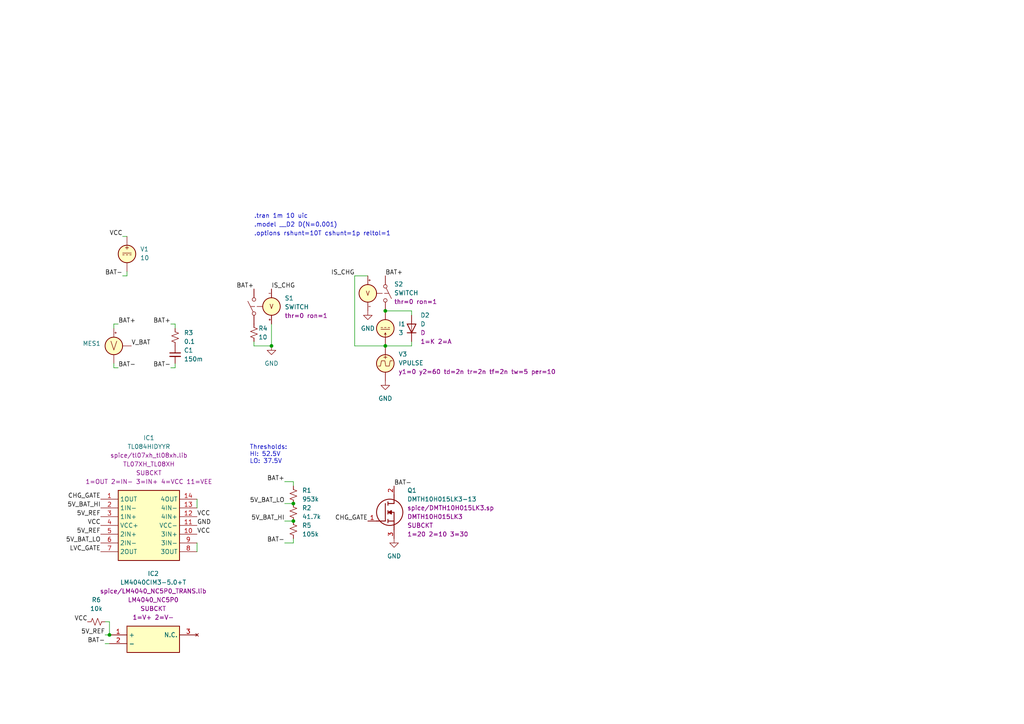
<source format=kicad_sch>
(kicad_sch (version 20230121) (generator eeschema)
  (paper "A4")
  (lib_symbols
    (symbol "DMTH10H015LK3-13:DMTH10H015LK3-13" (pin_names hide)
      (property "Reference" "Q" (at 11.43 3.81 0))
      (property "Value" "DMTH10H015LK3-13" (at 11.43 1.27 0))
      (property "Sim.Library" "spice/DMTH10H015LK3.sp" (at 0 0 0))
      (property "Sim.Name" "DMTH10H015LK3" (at 0 0 0))
      (property "Sim.Device" "SUBCKT" (at 0 0 0))
      (property "Sim.Pins" "1=20 2=10 3=30" (at 0 0 0))
      (symbol "DMTH10H015LK3-13_1_1"
        (polyline (pts (xy 2.54 0) (xy 5.08 0)) (stroke (width 0.254)))
        (polyline (pts (xy 5.08 5.08) (xy 5.08 0)) (stroke (width 0.254)))
        (polyline (pts (xy 5.842 -0.508) (xy 5.842 0.508)) (stroke (width 0.254)))
        (polyline (pts (xy 5.842 0) (xy 7.62 0)) (stroke (width 0.254)))
        (polyline (pts (xy 5.842 2.032) (xy 5.842 3.048)) (stroke (width 0.254)))
        (polyline (pts (xy 5.842 5.588) (xy 5.842 4.572)) (stroke (width 0.254)))
        (polyline (pts (xy 7.62 2.54) (xy 5.842 2.54)) (stroke (width 0.254)))
        (polyline (pts (xy 7.62 2.54) (xy 7.62 -2.54)) (stroke (width 0.254)))
        (polyline (pts (xy 7.62 5.08) (xy 5.842 5.08)) (stroke (width 0.254)))
        (polyline (pts (xy 7.62 5.08) (xy 7.62 7.62)) (stroke (width 0.254)))
        (polyline (pts (xy 5.842 2.54) (xy 6.858 3.048) (xy 6.858 2.032) (xy 5.842 2.54)) (stroke (width 0.254)) (fill (type outline)))
        (circle (center 6.35 2.54) (radius 3.81) (stroke (width 0.254)))
        (pin passive line (at 0 0 0) (length 2.54) (name "G") (number "1"))
        (pin passive line (at 7.62 10.16 270) (length 2.54) (name "D") (number "2"))
        (pin passive line (at 7.62 -5.08 90) (length 2.54) (name "S") (number "3"))
      )
    )
    (symbol "Device:C_Small" (pin_numbers hide) (pin_names (offset 0.254) hide)
      (property "Reference" "C" (at 0.254 1.778 0))
      (property "Value" "C_Small" (at 0.254 -2.032 0))
      (symbol "C_Small_0_1"
        (polyline (pts (xy -1.524 -0.508) (xy 1.524 -0.508)) (stroke (width 0.3302)))
        (polyline (pts (xy -1.524 0.508) (xy 1.524 0.508)) (stroke (width 0.3048)))
      )
      (symbol "C_Small_1_1"
        (pin passive line (at 0 2.54 270) (length 2.032) (name "~") (number "1"))
        (pin passive line (at 0 -2.54 90) (length 2.032) (name "~") (number "2"))
      )
    )
    (symbol "Device:R_Small_US" (pin_numbers hide) (pin_names (offset 0.254) hide)
      (property "Reference" "R" (at 0.762 0.508 0))
      (property "Value" "R_Small_US" (at 0.762 -1.016 0))
      (symbol "R_Small_US_1_1"
        (polyline (pts (xy 0 0) (xy 1.016 -0.381) (xy 0 -0.762) (xy -1.016 -1.143) (xy 0 -1.524)))
        (polyline (pts (xy 0 1.524) (xy 1.016 1.143) (xy 0 0.762) (xy -1.016 0.381) (xy 0 0)))
        (pin passive line (at 0 2.54 270) (length 1.016) (name "~") (number "1"))
        (pin passive line (at 0 -2.54 90) (length 1.016) (name "~") (number "2"))
      )
    )
    (symbol "LM4040CIM3-5_0+T:LM4040CIM3-5.0+T"
      (property "Reference" "IC" (at 21.59 7.62 0))
      (property "Value" "LM4040CIM3-5.0+T" (at 21.59 5.08 0))
      (property "Sim.Library" "spice/LM4040_NC5P0_TRANS.lib" (at 0 0 0))
      (property "Sim.Name" "LM4040_NC5P0" (at 0 0 0))
      (property "Sim.Device" "SUBCKT" (at 0 0 0))
      (property "Sim.Pins" "1=V+ 2=V-" (at 0 0 0))
      (symbol "LM4040CIM3-5.0+T_1_1"
        (rectangle (start 5.08 2.54) (end 20.32 -5.08) (stroke (width 0.254)) (fill (type background)))
        (pin passive line (at 0 0 0) (length 5.08) (name "+") (number "1"))
        (pin passive line (at 0 -2.54 0) (length 5.08) (name "-") (number "2"))
        (pin no_connect line (at 25.4 0 180) (length 5.08) (name "N.C.") (number "3"))
      )
    )
    (symbol "Simulation_SPICE:D" (pin_numbers hide) (pin_names (offset 1.016) hide)
      (property "Reference" "D" (at 0 2.54 0))
      (property "Value" "D" (at 0 -2.54 0))
      (property "Sim.Device" "D" (at 0 0 0))
      (property "Sim.Pins" "1=K 2=A" (at 0 0 0))
      (symbol "D_0_1"
        (polyline (pts (xy -1.27 1.27) (xy -1.27 -1.27)) (stroke (width 0.254)))
        (polyline (pts (xy 1.27 0) (xy -1.27 0)))
        (polyline (pts (xy 1.27 1.27) (xy 1.27 -1.27) (xy -1.27 0) (xy 1.27 1.27)) (stroke (width 0.254)))
      )
      (symbol "D_1_1"
        (pin passive line (at -3.81 0 0) (length 2.54) (name "K") (number "1"))
        (pin passive line (at 3.81 0 180) (length 2.54) (name "A") (number "2"))
      )
    )
    (symbol "Simulation_SPICE:IDC" (pin_numbers hide) (pin_names (offset 0.0254))
      (property "Reference" "I" (at 2.54 2.54 0))
      (property "Value" "1" (at 2.54 0 0))
      (symbol "IDC_0_0"
        (polyline (pts (xy -1.27 0.254) (xy 1.27 0.254)))
        (polyline (pts (xy -0.762 -0.254) (xy -1.27 -0.254)))
        (polyline (pts (xy 0.254 -0.254) (xy -0.254 -0.254)))
        (polyline (pts (xy 1.27 -0.254) (xy 0.762 -0.254)))
      )
      (symbol "IDC_0_1"
        (polyline (pts (xy 0 1.27) (xy 0 2.286)))
        (polyline (pts (xy -0.254 1.778) (xy 0 1.27) (xy 0.254 1.778)))
        (circle (center 0 0) (radius 2.54) (stroke (width 0.254)) (fill (type background)))
      )
      (symbol "IDC_1_1"
        (pin passive line (at 0 5.08 270) (length 2.54) (name "~") (number "1"))
        (pin passive line (at 0 -5.08 90) (length 2.54) (name "~") (number "2"))
      )
    )
    (symbol "Simulation_SPICE:SWITCH" (pin_numbers hide) (pin_names (offset 1.016) hide)
      (property "Reference" "S" (at 2.54 2.54 0))
      (property "Value" "SWITCH" (at 2.54 0 0))
      (property "Sim.Params" "thr=0 ron=1" (at 2.54 -2.54 0))
      (symbol "SWITCH_0_1"
        (circle (center 0 -2.032) (radius 0.508))
        (polyline (pts (xy 0.254 1.524) (xy 1.778 -1.524)))
        (circle (center 0 2.032) (radius 0.508))
      )
      (symbol "SWITCH_1_1"
        (circle (center -5.08 0) (radius 2.54) (stroke (width 0.254)) (fill (type background)))
        (polyline (pts (xy -4.826 -3.81) (xy -4.318 -3.81)))
        (polyline (pts (xy -4.826 3.81) (xy -4.318 3.81)))
        (polyline (pts (xy -4.572 4.064) (xy -4.572 3.556)))
        (polyline (pts (xy -2.54 0) (xy 0.889 0)) (stroke (width 0) (type dash)))
        (text "V" (at -5.08 0 0) (effects (font (size 1.27 1.27))))
        (pin passive line (at 0 5.08 270) (length 2.54) (name "N+") (number "1"))
        (pin passive line (at 0 -5.08 90) (length 2.54) (name "N-") (number "2"))
        (pin input line (at -5.08 5.08 270) (length 2.54) (name "C+") (number "3"))
        (pin input line (at -5.08 -5.08 90) (length 2.54) (name "C-") (number "4"))
      )
    )
    (symbol "Simulation_SPICE:VDC" (pin_numbers hide) (pin_names (offset 0.0254))
      (property "Reference" "V" (at 2.54 2.54 0))
      (property "Value" "1" (at 2.54 0 0))
      (symbol "VDC_0_0"
        (polyline (pts (xy -1.27 0.254) (xy 1.27 0.254)))
        (polyline (pts (xy -0.762 -0.254) (xy -1.27 -0.254)))
        (polyline (pts (xy 0.254 -0.254) (xy -0.254 -0.254)))
        (polyline (pts (xy 1.27 -0.254) (xy 0.762 -0.254)))
        (text "+" (at 0 1.905 0) (effects (font (size 1.27 1.27))))
      )
      (symbol "VDC_0_1"
        (circle (center 0 0) (radius 2.54) (stroke (width 0.254)) (fill (type background)))
      )
      (symbol "VDC_1_1"
        (pin passive line (at 0 5.08 270) (length 2.54) (name "~") (number "1"))
        (pin passive line (at 0 -5.08 90) (length 2.54) (name "~") (number "2"))
      )
    )
    (symbol "Simulation_SPICE:VOLTMETER_DIFF" (pin_numbers hide) (pin_names (offset 0.0254) hide) (in_bom no) (on_board no)
      (property "Reference" "MES?" (at -10.16 0 0))
      (symbol "VOLTMETER_DIFF_0_0"
        (text "V" (at 0 0 0) (effects (font (size 2.54 2.54))))
      )
      (symbol "VOLTMETER_DIFF_0_1"
        (polyline (pts (xy 0.254 3.81) (xy 0.762 3.81)))
        (polyline (pts (xy 0.508 4.064) (xy 0.508 3.556)))
        (circle (center 0 0) (radius 2.54) (stroke (width 0.254)) (fill (type background)))
      )
      (symbol "VOLTMETER_DIFF_1_1"
        (pin passive line (at 0 5.08 270) (length 2.54) (name "+") (number "1"))
        (pin passive line (at 0 -5.08 90) (length 2.54) (name "-") (number "2"))
        (pin output line (at 5.08 0 180) (length 2.54) (name "out") (number "3"))
      )
    )
    (symbol "Simulation_SPICE:VPULSE" (pin_numbers hide) (pin_names (offset 0.0254))
      (property "Reference" "V" (at 2.54 2.54 0))
      (property "Value" "VPULSE" (at 2.54 0 0))
      (property "Sim.Params" "y1=0 y2=1 td=2n tr=2n tf=2n tw=50n per=100n" (at 2.54 -2.54 0))
      (symbol "VPULSE_0_0"
        (polyline (pts (xy -2.032 -0.762) (xy -1.397 -0.762) (xy -1.143 0.762) (xy -0.127 0.762) (xy 0.127 -0.762) (xy 1.143 -0.762) (xy 1.397 0.762) (xy 2.032 0.762)))
        (text "+" (at 0 1.905 0) (effects (font (size 1.27 1.27))))
      )
      (symbol "VPULSE_0_1"
        (circle (center 0 0) (radius 2.54) (stroke (width 0.254)) (fill (type background)))
      )
      (symbol "VPULSE_1_1"
        (pin passive line (at 0 5.08 270) (length 2.54) (name "~") (number "1"))
        (pin passive line (at 0 -5.08 90) (length 2.54) (name "~") (number "2"))
      )
    )
    (symbol "TL084HIDYYR:TL084HIDYYR"
      (property "Reference" "IC" (at 24.13 7.62 0))
      (property "Value" "TL084HIDYYR" (at 24.13 5.08 0))
      (property "Sim.Library" "spice/tl07xh_tl08xh.lib" (at 0 0 0))
      (property "Sim.Name" "TL07XH_TL08XH" (at 0 0 0))
      (property "Sim.Device" "SUBCKT" (at 0 0 0))
      (property "Sim.Pins" "1=OUT 2=IN- 3=IN+ 4=VCC 11=VEE" (at 0 0 0))
      (symbol "TL084HIDYYR_1_1"
        (rectangle (start 5.08 2.54) (end 22.86 -17.78) (stroke (width 0.254)) (fill (type background)))
        (pin passive line (at 0 0 0) (length 5.08) (name "1OUT") (number "1"))
        (pin passive line (at 27.94 -10.16 180) (length 5.08) (name "3IN+") (number "10"))
        (pin passive line (at 27.94 -7.62 180) (length 5.08) (name "VCC-") (number "11"))
        (pin passive line (at 27.94 -5.08 180) (length 5.08) (name "4IN+") (number "12"))
        (pin passive line (at 27.94 -2.54 180) (length 5.08) (name "4IN-") (number "13"))
        (pin passive line (at 27.94 0 180) (length 5.08) (name "4OUT") (number "14"))
        (pin passive line (at 0 -2.54 0) (length 5.08) (name "1IN-") (number "2"))
        (pin passive line (at 0 -5.08 0) (length 5.08) (name "1IN+") (number "3"))
        (pin passive line (at 0 -7.62 0) (length 5.08) (name "VCC+") (number "4"))
        (pin passive line (at 0 -10.16 0) (length 5.08) (name "2IN+") (number "5"))
        (pin passive line (at 0 -12.7 0) (length 5.08) (name "2IN-") (number "6"))
        (pin passive line (at 0 -15.24 0) (length 5.08) (name "2OUT") (number "7"))
        (pin passive line (at 27.94 -15.24 180) (length 5.08) (name "3OUT") (number "8"))
        (pin passive line (at 27.94 -12.7 180) (length 5.08) (name "3IN-") (number "9"))
      )
    )
    (symbol "power:GND" (power) (pin_names (offset 0))
      (property "Value" "GND" (at 0 -3.81 0))
      (symbol "GND_0_1"
        (polyline (pts (xy 0 0) (xy 0 -1.27) (xy 1.27 -1.27) (xy 0 -2.54) (xy -1.27 -1.27) (xy 0 -1.27)))
      )
      (symbol "GND_1_1"
        (pin power_in line (at 0 0 270) (length 0) hide (name "GND") (number "1"))
      )
    )
  )
  (junction (at 111.76 90.17))
  (junction (at 78.74 100.33))
  (junction (at 85.09 146.05))
  (junction (at 85.09 151.13))
  (junction (at 31.75 184.15))
  (junction (at 111.76 100.33))
  (wire (pts (xy 30.48 186.69) (xy 31.75 186.69)))
  (wire (pts (xy 49.53 106.68) (xy 50.8 106.68)))
  (wire (pts (xy 36.83 80.01) (xy 36.83 78.74)))
  (wire (pts (xy 31.75 180.34) (xy 31.75 184.15)))
  (wire (pts (xy 73.66 99.06) (xy 73.66 100.33)))
  (wire (pts (xy 85.09 156.21) (xy 85.09 157.48)))
  (wire (pts (xy 35.56 80.01) (xy 36.83 80.01)))
  (wire (pts (xy 57.15 144.78) (xy 57.15 147.32)))
  (wire (pts (xy 106.68 80.01) (xy 102.87 80.01)))
  (wire (pts (xy 82.55 146.05) (xy 85.09 146.05)))
  (wire (pts (xy 50.8 106.68) (xy 50.8 105.41)))
  (wire (pts (xy 102.87 80.01) (xy 102.87 100.33)))
  (wire (pts (xy 73.66 100.33) (xy 78.74 100.33)))
  (wire (pts (xy 119.38 90.17) (xy 119.38 91.44)))
  (wire (pts (xy 111.76 90.17) (xy 119.38 90.17)))
  (wire (pts (xy 82.55 151.13) (xy 85.09 151.13)))
  (wire (pts (xy 33.02 106.68) (xy 33.02 105.41)))
  (wire (pts (xy 85.09 139.7) (xy 85.09 140.97)))
  (wire (pts (xy 50.8 93.98) (xy 50.8 95.25)))
  (wire (pts (xy 119.38 100.33) (xy 111.76 100.33)))
  (wire (pts (xy 34.29 93.98) (xy 33.02 93.98)))
  (wire (pts (xy 49.53 93.98) (xy 50.8 93.98)))
  (wire (pts (xy 57.15 157.48) (xy 57.15 160.02)))
  (wire (pts (xy 82.55 139.7) (xy 85.09 139.7)))
  (wire (pts (xy 82.55 157.48) (xy 85.09 157.48)))
  (wire (pts (xy 119.38 99.06) (xy 119.38 100.33)))
  (wire (pts (xy 78.74 93.98) (xy 78.74 100.33)))
  (wire (pts (xy 102.87 100.33) (xy 111.76 100.33)))
  (wire (pts (xy 30.48 184.15) (xy 31.75 184.15)))
  (wire (pts (xy 30.48 180.34) (xy 31.75 180.34)))
  (wire (pts (xy 35.56 68.58) (xy 36.83 68.58)))
  (wire (pts (xy 34.29 106.68) (xy 33.02 106.68)))
  (wire (pts (xy 33.02 93.98) (xy 33.02 95.25)))
  (text "Thresholds:\nHI: 52.5V\nLO: 37.5V" (at 72.39 134.62 0) (effects (font (size 1.27 1.27)) (justify left bottom)))
  (text ".options rshunt=10T cshunt=1p reltol=1" (at 73.66 68.58 0) (effects (font (size 1.27 1.27)) (justify left bottom)))
  (text ".tran 1m 10 uic" (at 73.66 63.5 0) (effects (font (size 1.27 1.27)) (justify left bottom)))
  (text ".model __D2 D(N=0.001)" (at 73.66 66.04 0) (effects (font (size 1.27 1.27)) (justify left bottom)))
  (label "BAT-" (at 114.3 140.97 0))
  (label "VCC" (at 57.15 149.86 0))
  (label "VCC" (at 29.21 152.4 180))
  (label "5V_REF" (at 29.21 149.86 180))
  (label "V_BAT" (at 38.1 100.33 0))
  (label "BAT+" (at 82.55 139.7 180))
  (label "VCC" (at 35.56 68.58 180))
  (label "5V_BAT_HI" (at 82.55 151.13 180))
  (label "VCC" (at 57.15 154.94 0))
  (label "VCC" (at 25.4 180.34 180))
  (label "GND" (at 57.15 152.4 0))
  (label "5V_BAT_HI" (at 29.21 147.32 180))
  (label "IS_CHG" (at 78.74 83.82 0))
  (label "BAT-" (at 49.53 106.68 180))
  (label "CHG_GATE" (at 29.21 144.78 180))
  (label "BAT-" (at 82.55 157.48 180))
  (label "BAT+" (at 49.53 93.98 180))
  (label "LVC_GATE" (at 29.21 160.02 180))
  (label "5V_BAT_LO" (at 29.21 157.48 180))
  (label "BAT+" (at 34.29 93.98 0))
  (label "BAT-" (at 30.48 186.69 180))
  (label "BAT-" (at 35.56 80.01 180))
  (label "BAT+" (at 111.76 80.01 0))
  (label "BAT+" (at 73.66 83.82 180))
  (label "5V_REF" (at 30.48 184.15 180))
  (label "CHG_GATE" (at 106.68 151.13 180))
  (label "5V_BAT_LO" (at 82.55 146.05 180))
  (label "IS_CHG" (at 102.87 80.01 180))
  (label "BAT-" (at 34.29 106.68 0))
  (label "5V_REF" (at 29.21 154.94 180))
  (symbol (lib_id "power:GND") (at 106.68 90.17 0) (unit 1)
    (property "Reference" "#PWR06" (effects hide))
    (property "Value" "GND" (at 106.68 95.25 0))
  )
  (symbol (lib_id "Simulation_SPICE:VOLTMETER_DIFF") (at 33.02 100.33 0) (unit 1) (in_bom no) (on_board no)
    (property "Reference" "MES1" (at 29.21 99.6315 0) (effects (justify right)))
    (property "Value" "VOLTMETER_DIFF" (effects hide))
    (property "Datasheet" "https://ngspice.sourceforge.io/docs/ngspice-html-manual/manual.xhtml#sec__SUBCKT_Subcircuits" (effects hide))
    (property "Sim.Name" "kicad_builtin_vdiff" (effects hide))
    (property "Sim.Device" "SUBCKT" (effects hide))
    (property "Sim.Pins" "1=1 2=2 3=3" (effects hide))
    (property "Sim.Library" "${KICAD7_SYMBOL_DIR}/Simulation_SPICE.sp" (effects hide))
  )
  (symbol (lib_id "Device:R_Small_US") (at 50.8 97.79 180) (unit 1)
    (property "Reference" "R3" (at 53.34 96.52 0) (effects (justify right)))
    (property "Value" "0.1" (at 53.34 99.06 0) (effects (justify right)))
  )
  (symbol (lib_id "Device:C_Small") (at 50.8 102.87 0) (unit 1)
    (property "Reference" "C1" (at 53.34 101.6063 0) (effects (justify left)))
    (property "Value" "150m" (at 53.34 104.1463 0) (effects (justify left)))
  )
  (symbol (lib_id "Device:R_Small_US") (at 85.09 143.51 180) (unit 1)
    (property "Reference" "R1" (at 87.63 142.24 0) (effects (justify right)))
    (property "Value" "953k" (at 87.63 144.78 0) (effects (justify right)))
  )
  (symbol (lib_id "power:GND") (at 78.74 100.33 0) (unit 1)
    (property "Reference" "#PWR01" (effects hide))
    (property "Value" "GND" (at 78.74 105.41 0))
  )
  (symbol (lib_id "Simulation_SPICE:IDC") (at 111.76 95.25 180) (unit 1)
    (property "Reference" "I1" (at 115.57 93.98 0) (effects (justify right)))
    (property "Value" "3" (at 115.57 96.52 0) (effects (justify right)))
    (property "Datasheet" "https://ngspice.sourceforge.io/docs/ngspice-html-manual/manual.xhtml#sec_Independent_Sources_for" (effects hide))
    (property "Sim.Pins" "1=+ 2=-" (effects hide))
    (property "Sim.Type" "DC" (effects hide))
    (property "Sim.Device" "I" (effects hide))
  )
  (symbol (lib_id "power:GND") (at 114.3 156.21 0) (unit 1)
    (property "Reference" "#PWR04" (effects hide))
    (property "Value" "GND" (at 114.3 161.29 0))
  )
  (symbol (lib_id "LM4040CIM3-5_0+T:LM4040CIM3-5.0+T") (at 31.75 184.15 0) (unit 1)
    (property "Reference" "IC2" (at 44.45 166.37 0))
    (property "Value" "LM4040CIM3-5.0+T" (at 44.45 168.91 0))
    (property "Footprint" "SOT95P237X112-3N" (effects hide))
    (property "Datasheet" "https://www.analog.com/LM4040/datasheet" (effects hide))
    (property "Height" "1.12" (effects hide))
    (property "Manufacturer_Name" "Analog Devices" (effects hide))
    (property "Manufacturer_Part_Number" "LM4040CIM3-5.0+T" (effects hide))
    (property "Mouser Part Number" "700-LM4040CIM3-5.0T" (effects hide))
    (property "Mouser Price/Stock" "https://www.mouser.co.uk/ProductDetail/Analog-Devices-Maxim-Integrated/LM4040CIM3-5.0%2bT?qs=GxOUx7aO6nxRLb8NOrUWog%3D%3D" (effects hide))
    (property "Sim.Library" "spice/LM4040_NC5P0_TRANS.lib" (at 44.45 171.45 0))
    (property "Sim.Name" "LM4040_NC5P0" (at 44.45 173.99 0))
    (property "Sim.Device" "SUBCKT" (at 44.45 176.53 0))
    (property "Sim.Pins" "1=V+ 2=V-" (at 44.45 179.07 0))
  )
  (symbol (lib_id "Simulation_SPICE:VDC") (at 36.83 73.66 0) (unit 1)
    (property "Reference" "V1" (at 40.64 72.2602 0) (effects (justify left)))
    (property "Value" "10" (at 40.64 74.8002 0) (effects (justify left)))
    (property "Datasheet" "https://ngspice.sourceforge.io/docs/ngspice-html-manual/manual.xhtml#sec_Independent_Sources_for" (effects hide))
    (property "Sim.Pins" "1=+ 2=-" (effects hide))
    (property "Sim.Type" "DC" (effects hide))
    (property "Sim.Device" "V" (effects hide))
  )
  (symbol (lib_id "Device:R_Small_US") (at 85.09 153.67 180) (unit 1)
    (property "Reference" "R5" (at 87.63 152.4 0) (effects (justify right)))
    (property "Value" "105k" (at 87.63 154.94 0) (effects (justify right)))
  )
  (symbol (lib_id "Device:R_Small_US") (at 27.94 180.34 270) (unit 1)
    (property "Reference" "R6" (at 27.94 173.99 90))
    (property "Value" "10k" (at 27.94 176.53 90))
  )
  (symbol (lib_id "Device:R_Small_US") (at 73.66 96.52 0) (unit 1)
    (property "Reference" "R4" (at 74.93 95.25 0) (effects (justify left)))
    (property "Value" "10" (at 74.93 97.79 0) (effects (justify left)))
  )
  (symbol (lib_id "Simulation_SPICE:SWITCH") (at 73.66 88.9 180) (unit 1)
    (property "Reference" "S1" (at 82.55 86.487 0) (effects (justify right)))
    (property "Value" "SWITCH" (at 82.55 89.027 0) (effects (justify right)))
    (property "Datasheet" "https://ngspice.sourceforge.io/docs/ngspice-html-manual/manual.xhtml#subsec_Switches" (effects hide))
    (property "Sim.Device" "SW" (effects hide))
    (property "Sim.Type" "V" (effects hide))
    (property "Sim.Params" "thr=0 ron=1" (at 82.55 91.567 0) (effects (justify right)))
    (property "Sim.Pins" "1=no+ 2=no- 3=ctrl+ 4=ctrl-" (effects hide))
  )
  (symbol (lib_id "DMTH10H015LK3-13:DMTH10H015LK3-13") (at 106.68 151.13 0) (unit 1)
    (property "Reference" "Q1" (at 118.11 142.24 0) (effects (justify left)))
    (property "Value" "DMTH10H015LK3-13" (at 118.11 144.78 0) (effects (justify left)))
    (property "Footprint" "DMTH10H015LK313" (effects hide))
    (property "Datasheet" "https://www.diodes.com//assets/Datasheets/DMTH10H015LK3.pdf" (effects hide))
    (property "Height" "2.52" (effects hide))
    (property "Manufacturer_Name" "Diodes Incorporated" (effects hide))
    (property "Manufacturer_Part_Number" "DMTH10H015LK3-13" (effects hide))
    (property "Mouser Part Number" "621-DMTH10H015LK3-13" (effects hide))
    (property "Mouser Price/Stock" "https://www.mouser.co.uk/ProductDetail/Diodes-Incorporated/DMTH10H015LK3-13?qs=EDJ299gKAZSYewbE9WKXUQ%3D%3D" (effects hide))
    (property "Arrow Part Number" "DMTH10H015LK3-13" (effects hide))
    (property "Arrow Price/Stock" "https://www.arrow.com/en/products/dmth10h015lk3-13/diodes-incorporated" (effects hide))
    (property "Sim.Library" "spice/DMTH10H015LK3.sp" (at 118.11 147.32 0) (effects (justify left)))
    (property "Sim.Name" "DMTH10H015LK3" (at 118.11 149.86 0) (effects (justify left)))
    (property "Sim.Device" "SUBCKT" (at 118.11 152.4 0) (effects (justify left)))
    (property "Sim.Pins" "1=20 2=10 3=30" (at 118.11 154.94 0) (effects (justify left)))
  )
  (symbol (lib_id "Simulation_SPICE:SWITCH") (at 111.76 85.09 0) (unit 1)
    (property "Reference" "S2" (at 114.3 82.423 0) (effects (justify left)))
    (property "Value" "SWITCH" (at 114.3 84.963 0) (effects (justify left)))
    (property "Datasheet" "https://ngspice.sourceforge.io/docs/ngspice-html-manual/manual.xhtml#subsec_Switches" (effects hide))
    (property "Sim.Device" "SW" (effects hide))
    (property "Sim.Type" "V" (effects hide))
    (property "Sim.Params" "thr=0 ron=1" (at 114.3 87.503 0) (effects (justify left)))
    (property "Sim.Pins" "1=no+ 2=no- 3=ctrl+ 4=ctrl-" (effects hide))
  )
  (symbol (lib_id "Device:R_Small_US") (at 85.09 148.59 180) (unit 1)
    (property "Reference" "R2" (at 87.63 147.32 0) (effects (justify right)))
    (property "Value" "41.7k" (at 87.63 149.86 0) (effects (justify right)))
  )
  (symbol (lib_id "Simulation_SPICE:VPULSE") (at 111.76 105.41 0) (unit 1)
    (property "Reference" "V3" (at 115.57 102.7402 0) (effects (justify left)))
    (property "Value" "VPULSE" (at 115.57 105.2802 0) (effects (justify left)))
    (property "Datasheet" "https://ngspice.sourceforge.io/docs/ngspice-html-manual/manual.xhtml#sec_Independent_Sources_for" (effects hide))
    (property "Sim.Pins" "1=+ 2=-" (effects hide))
    (property "Sim.Type" "PULSE" (effects hide))
    (property "Sim.Device" "V" (effects hide))
    (property "Sim.Params" "y1=0 y2=60 td=2n tr=2n tf=2n tw=5 per=10" (at 115.57 107.8202 0) (effects (justify left)))
  )
  (symbol (lib_id "Simulation_SPICE:D") (at 119.38 95.25 90) (unit 1)
    (property "Reference" "D2" (at 121.92 91.44 90) (effects (justify right)))
    (property "Value" "D" (at 121.92 93.98 90) (effects (justify right)))
    (property "Datasheet" "https://ngspice.sourceforge.io/docs/ngspice-html-manual/manual.xhtml#cha_DIODEs" (effects hide))
    (property "Sim.Device" "D" (at 121.92 96.52 90) (effects (justify right)))
    (property "Sim.Pins" "1=K 2=A" (at 121.92 99.06 90) (effects (justify right)))
  )
  (symbol (lib_id "power:GND") (at 111.76 110.49 0) (unit 1)
    (property "Reference" "#PWR02" (effects hide))
    (property "Value" "GND" (at 111.76 115.57 0))
  )
  (symbol (lib_id "TL084HIDYYR:TL084HIDYYR") (at 29.21 144.78 0) (unit 1)
    (property "Reference" "IC1" (at 43.18 127 0))
    (property "Value" "TL084HIDYYR" (at 43.18 129.54 0))
    (property "Footprint" "SOP50P326X110-14N" (effects hide))
    (property "Datasheet" "https://www.arrow.com/en/products/tl084hidyyr/texas-instruments?region=nac" (effects hide))
    (property "Height" "1.1" (effects hide))
    (property "Mouser Part Number" "595-TL084HIDYYR" (effects hide))
    (property "Mouser Price/Stock" "https://www.mouser.co.uk/ProductDetail/Texas-Instruments/TL084HIDYYR?qs=QNEnbhJQKva9o0%2FPfPZvWg%3D%3D" (effects hide))
    (property "Manufacturer_Name" "Texas Instruments" (effects hide))
    (property "Manufacturer_Part_Number" "TL084HIDYYR" (effects hide))
    (property "Sim.Library" "spice/tl07xh_tl08xh.lib" (at 43.18 132.08 0))
    (property "Sim.Name" "TL07XH_TL08XH" (at 43.18 134.62 0))
    (property "Sim.Device" "SUBCKT" (at 43.18 137.16 0))
    (property "Sim.Pins" "1=OUT 2=IN- 3=IN+ 4=VCC 11=VEE" (at 43.18 139.7 0))
  )
)
</source>
